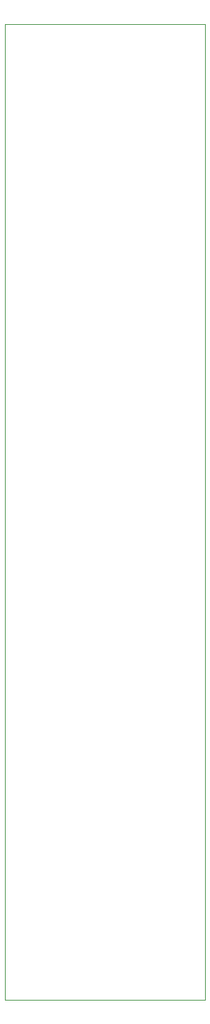
<source format=gm1>
%TF.GenerationSoftware,KiCad,Pcbnew,7.0.5*%
%TF.CreationDate,2023-07-09T21:35:34-04:00*%
%TF.ProjectId,Guitar_Hero_PCB_LEDs,47756974-6172-45f4-9865-726f5f504342,v01*%
%TF.SameCoordinates,Original*%
%TF.FileFunction,Profile,NP*%
%FSLAX46Y46*%
G04 Gerber Fmt 4.6, Leading zero omitted, Abs format (unit mm)*
G04 Created by KiCad (PCBNEW 7.0.5) date 2023-07-09 21:35:34*
%MOMM*%
%LPD*%
G01*
G04 APERTURE LIST*
%TA.AperFunction,Profile*%
%ADD10C,0.025400*%
%TD*%
G04 APERTURE END LIST*
D10*
X150968964Y-177748946D02*
X127000000Y-177748946D01*
X127000000Y-177748946D02*
X127000000Y-61468000D01*
X127000000Y-61468000D02*
X150968964Y-61468000D01*
X150968964Y-61468000D02*
X150968964Y-177748946D01*
M02*

</source>
